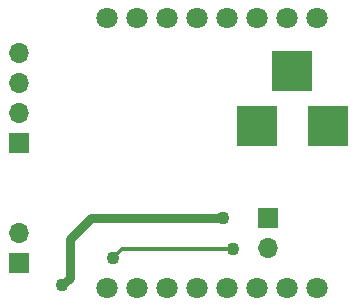
<source format=gbl>
G04 #@! TF.FileFunction,Copper,L2,Bot,Signal*
%FSLAX46Y46*%
G04 Gerber Fmt 4.6, Leading zero omitted, Abs format (unit mm)*
G04 Created by KiCad (PCBNEW 4.0.7) date 02/12/20 20:20:43*
%MOMM*%
%LPD*%
G01*
G04 APERTURE LIST*
%ADD10C,0.100000*%
%ADD11R,3.500000X3.500000*%
%ADD12R,1.700000X1.700000*%
%ADD13O,1.700000X1.700000*%
%ADD14C,1.800000*%
%ADD15C,1.100000*%
%ADD16C,0.750000*%
%ADD17C,0.350000*%
G04 APERTURE END LIST*
D10*
D11*
X152273000Y-102743000D03*
X158273000Y-102743000D03*
X155273000Y-98043000D03*
D12*
X132080000Y-114300000D03*
D13*
X132080000Y-111760000D03*
D12*
X132080000Y-104140000D03*
D13*
X132080000Y-101600000D03*
X132080000Y-99060000D03*
X132080000Y-96520000D03*
D14*
X139611100Y-93573600D03*
X139611100Y-116433600D03*
X142151100Y-93573600D03*
X142151100Y-116433600D03*
X144691100Y-93573600D03*
X144691100Y-116433600D03*
X147231100Y-93573600D03*
X147231100Y-116433600D03*
X149771100Y-93573600D03*
X149771100Y-116433600D03*
X152311100Y-93573600D03*
X152311100Y-116433600D03*
X154851100Y-93573600D03*
X154851100Y-116433600D03*
X157391100Y-93573600D03*
X157391100Y-116433600D03*
D12*
X153162000Y-110490000D03*
D13*
X153162000Y-113030000D03*
D15*
X149352000Y-110490000D03*
X135763000Y-116205000D03*
X150241000Y-113157000D03*
X140081000Y-113919000D03*
D16*
X138176000Y-110490000D02*
X149352000Y-110490000D01*
X136398000Y-112268000D02*
X138176000Y-110490000D01*
X136398000Y-115570000D02*
X136398000Y-112268000D01*
X135763000Y-116205000D02*
X136398000Y-115570000D01*
D17*
X140843000Y-113157000D02*
X150241000Y-113157000D01*
X140081000Y-113919000D02*
X140843000Y-113157000D01*
M02*

</source>
